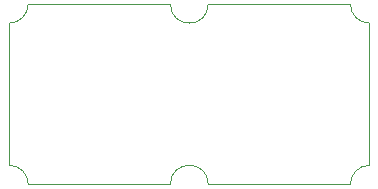
<source format=gbr>
%TF.GenerationSoftware,KiCad,Pcbnew,(5.1.10)-1*%
%TF.CreationDate,2021-09-12T15:17:43+08:00*%
%TF.ProjectId,fc,66632e6b-6963-4616-945f-706362585858,rev?*%
%TF.SameCoordinates,Original*%
%TF.FileFunction,Profile,NP*%
%FSLAX46Y46*%
G04 Gerber Fmt 4.6, Leading zero omitted, Abs format (unit mm)*
G04 Created by KiCad (PCBNEW (5.1.10)-1) date 2021-09-12 15:17:43*
%MOMM*%
%LPD*%
G01*
G04 APERTURE LIST*
%TA.AperFunction,Profile*%
%ADD10C,0.050000*%
%TD*%
G04 APERTURE END LIST*
D10*
X86360000Y-54280000D02*
G75*
G02*
X87960000Y-55880000I0J-1600000D01*
G01*
X100000000Y-55880000D02*
G75*
G02*
X103200000Y-55880000I1600000J0D01*
G01*
X115240000Y-55880000D02*
G75*
G02*
X116840000Y-54280000I1600000J0D01*
G01*
X103200000Y-55880000D02*
X115240000Y-55880000D01*
X87960000Y-55880000D02*
X100000000Y-55880000D01*
X116840000Y-42240000D02*
G75*
G02*
X115240000Y-40640000I0J1600000D01*
G01*
X103200000Y-40640000D02*
G75*
G02*
X100000000Y-40640000I-1600000J0D01*
G01*
X87960000Y-40640000D02*
G75*
G02*
X86360000Y-42240000I-1600000J0D01*
G01*
X100000000Y-40640000D02*
X87960000Y-40640000D01*
X86360000Y-42240000D02*
X86360000Y-54280000D01*
X115240000Y-40640000D02*
X103200000Y-40640000D01*
X116840000Y-54280000D02*
X116840000Y-42240000D01*
M02*

</source>
